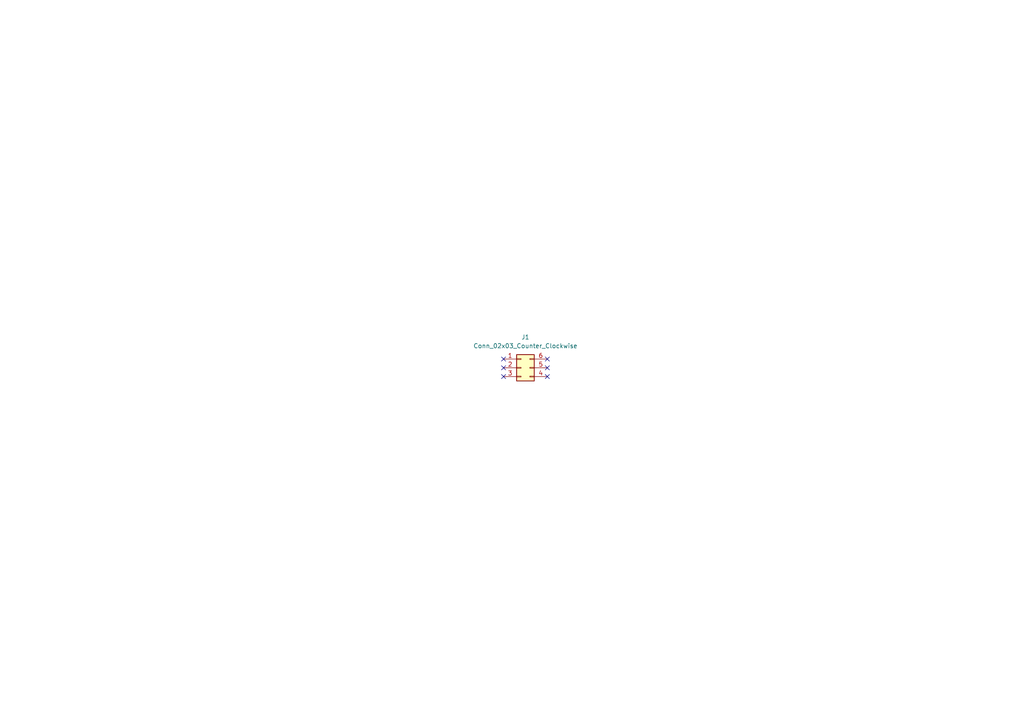
<source format=kicad_sch>
(kicad_sch (version 20211123) (generator eeschema)
  (paper "A4")
  (lib_symbols
    (symbol "Connector_Generic:Conn_02x03_Counter_Clockwise" (pin_names (offset 1.016) hide)
      (property "Reference" "J" (at 1.27 5.08 0))
      (property "Value" "Conn_02x03_Counter_Clockwise" (at 1.27 -5.08 0))
      (symbol "Conn_02x03_Counter_Clockwise_1_1"
        (rectangle (start -1.27 -2.413) (end 0 -2.667) (stroke (width 0.1524)))
        (rectangle (start -1.27 0.127) (end 0 -0.127) (stroke (width 0.1524)))
        (rectangle (start -1.27 2.667) (end 0 2.413) (stroke (width 0.1524)))
        (rectangle (start -1.27 3.81) (end 3.81 -3.81) (stroke (width 0.254)) (fill (type background)))
        (rectangle (start 3.81 -2.413) (end 2.54 -2.667) (stroke (width 0.1524)))
        (rectangle (start 3.81 0.127) (end 2.54 -0.127) (stroke (width 0.1524)))
        (rectangle (start 3.81 2.667) (end 2.54 2.413) (stroke (width 0.1524)))
        (pin passive line (at -5.08 2.54 0) (length 3.81) (name "Pin_1") (number "1"))
        (pin passive line (at -5.08 0 0) (length 3.81) (name "Pin_2") (number "2"))
        (pin passive line (at -5.08 -2.54 0) (length 3.81) (name "Pin_3") (number "3"))
        (pin passive line (at 7.62 -2.54 180) (length 3.81) (name "Pin_4") (number "4"))
        (pin passive line (at 7.62 0 180) (length 3.81) (name "Pin_5") (number "5"))
        (pin passive line (at 7.62 2.54 180) (length 3.81) (name "Pin_6") (number "6"))
      )
    )
  )
  (no_connect (at 158.75 104.14))
  (no_connect (at 158.75 106.68))
  (no_connect (at 158.75 109.22))
  (no_connect (at 146.05 109.22))
  (no_connect (at 146.05 106.68))
  (no_connect (at 146.05 104.14))
  (symbol (lib_id "Connector_Generic:Conn_02x03_Counter_Clockwise") (at 151.13 106.68 0) (unit 1)
    (property "Reference" "J1" (at 152.4 97.79 0))
    (property "Value" "Conn_02x03_Counter_Clockwise" (at 152.4 100.33 0))
    (property "Footprint" "Connector_PinHeader_2.54mm:PinHeader_2x03_P2.54mm_Vertical" (effects hide))
  )
)
</source>
